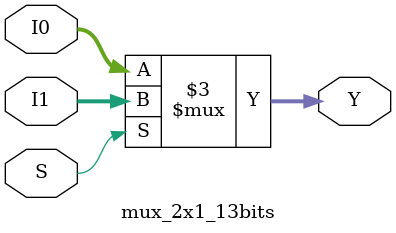
<source format=v>
module mux_2x1_13bits(output reg [12:0] Y, input S, input [12:0] I1, I0);
	always @ (S, I1, I0)
		if(S) Y = I1;
		else Y = I0;
endmodule
</source>
